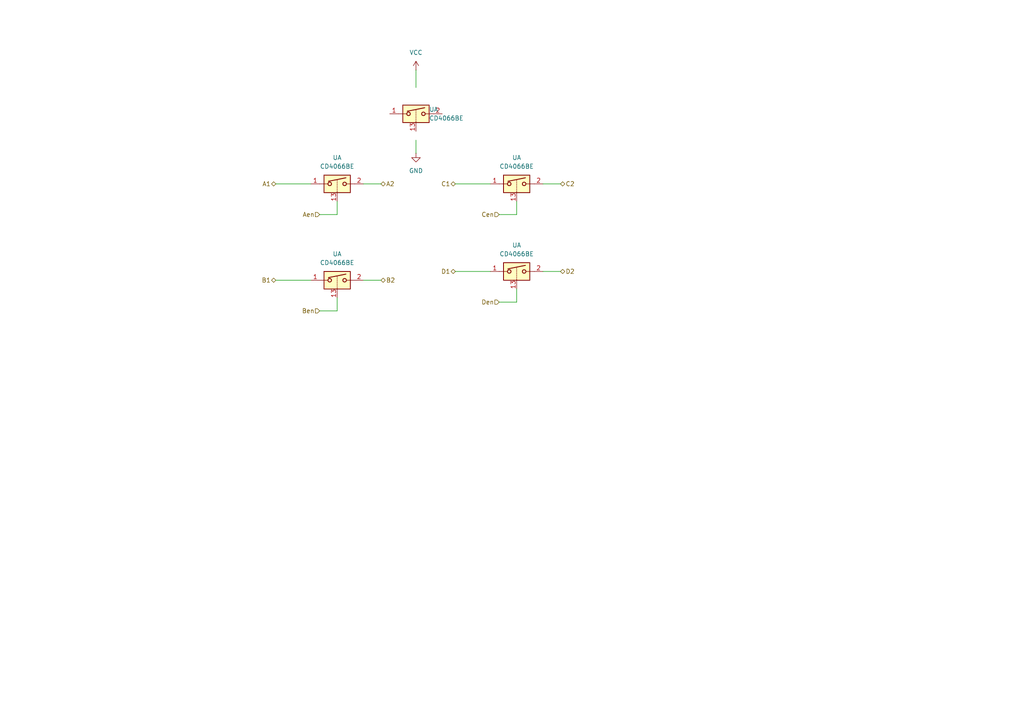
<source format=kicad_sch>
(kicad_sch (version 20250114) (generator "eeschema") (generator_version "9.0")
  (paper "A4")
  (lib_symbols
    (symbol "Analog_Switch:CD4066BE"
      (property "Reference" "U" (at -5.08 3.81 0))
      (property "Value" "CD4066BE" (at 7.62 3.81 0))
      (symbol "CD4066BE_1_1"
        (polyline (pts (xy -5.08 0) (xy -2.794 0)))
        (rectangle (start -3.81 2.54) (end 3.81 -2.54) (stroke (width 0.254)) (fill (type background)))
        (polyline (pts (xy -2.54 0.762) (xy 2.54 1.778)) (stroke (width 0.254)))
        (circle (center -2.159 0) (radius 0.508) (stroke (width 0.254)))
        (polyline (pts (xy 0 0.762) (xy 0 1.016)))
        (polyline (pts (xy 0 0.254) (xy 0 0.508)))
        (polyline (pts (xy 0 -0.254) (xy 0 0)))
        (polyline (pts (xy 0 -0.762) (xy 0 -0.508)))
        (polyline (pts (xy 0 -1.27) (xy 0 -1.016)))
        (polyline (pts (xy 0 -1.778) (xy 0 -1.524)))
        (polyline (pts (xy 0 -2.54) (xy 0 -2.032)))
        (circle (center 2.159 0) (radius 0.508) (stroke (width 0.254)))
        (polyline (pts (xy 5.08 0) (xy 2.794 0)))
        (pin bidirectional line (at -7.62 0 0) (length 2.54) (name "~") (number "1"))
        (pin input line (at 0 -5.08 90) (length 2.54) (name "~") (number "13"))
        (pin bidirectional line (at 7.62 0 180) (length 2.54) (name "~") (number "2"))
      )
      (symbol "CD4066BE_2_1"
        (polyline (pts (xy -5.08 0) (xy -2.794 0)))
        (rectangle (start -3.81 2.54) (end 3.81 -2.54) (stroke (width 0.254)) (fill (type background)))
        (polyline (pts (xy -2.54 0.762) (xy 2.54 1.778)) (stroke (width 0.254)))
        (circle (center -2.159 0) (radius 0.508) (stroke (width 0.254)))
        (polyline (pts (xy 0 0.762) (xy 0 1.016)))
        (polyline (pts (xy 0 0.254) (xy 0 0.508)))
        (polyline (pts (xy 0 -0.254) (xy 0 0)))
        (polyline (pts (xy 0 -0.762) (xy 0 -0.508)))
        (polyline (pts (xy 0 -1.27) (xy 0 -1.016)))
        (polyline (pts (xy 0 -1.778) (xy 0 -1.524)))
        (polyline (pts (xy 0 -2.54) (xy 0 -2.032)))
        (circle (center 2.159 0) (radius 0.508) (stroke (width 0.254)))
        (polyline (pts (xy 5.08 0) (xy 2.794 0)))
        (pin bidirectional line (at -7.62 0 0) (length 2.54) (name "~") (number "4"))
        (pin input line (at 0 -5.08 90) (length 2.54) (name "~") (number "5"))
        (pin bidirectional line (at 7.62 0 180) (length 2.54) (name "~") (number "3"))
      )
      (symbol "CD4066BE_3_1"
        (polyline (pts (xy -5.08 0) (xy -2.794 0)))
        (rectangle (start -3.81 2.54) (end 3.81 -2.54) (stroke (width 0.254)) (fill (type background)))
        (polyline (pts (xy -2.54 0.762) (xy 2.54 1.778)) (stroke (width 0.254)))
        (circle (center -2.159 0) (radius 0.508) (stroke (width 0.254)))
        (polyline (pts (xy 0 0.762) (xy 0 1.016)))
        (polyline (pts (xy 0 0.254) (xy 0 0.508)))
        (polyline (pts (xy 0 -0.254) (xy 0 0)))
        (polyline (pts (xy 0 -0.762) (xy 0 -0.508)))
        (polyline (pts (xy 0 -1.27) (xy 0 -1.016)))
        (polyline (pts (xy 0 -1.778) (xy 0 -1.524)))
        (polyline (pts (xy 0 -2.54) (xy 0 -2.032)))
        (circle (center 2.159 0) (radius 0.508) (stroke (width 0.254)))
        (polyline (pts (xy 5.08 0) (xy 2.794 0)))
        (pin bidirectional line (at -7.62 0 0) (length 2.54) (name "~") (number "8"))
        (pin input line (at 0 -5.08 90) (length 2.54) (name "~") (number "6"))
        (pin bidirectional line (at 7.62 0 180) (length 2.54) (name "~") (number "9"))
      )
      (symbol "CD4066BE_4_1"
        (polyline (pts (xy -5.08 0) (xy -2.794 0)))
        (rectangle (start -3.81 2.54) (end 3.81 -2.54) (stroke (width 0.254)) (fill (type background)))
        (polyline (pts (xy -2.54 0.762) (xy 2.54 1.778)) (stroke (width 0.254)))
        (circle (center -2.159 0) (radius 0.508) (stroke (width 0.254)))
        (polyline (pts (xy 0 0.762) (xy 0 1.016)))
        (polyline (pts (xy 0 0.254) (xy 0 0.508)))
        (polyline (pts (xy 0 -0.254) (xy 0 0)))
        (polyline (pts (xy 0 -0.762) (xy 0 -0.508)))
        (polyline (pts (xy 0 -1.27) (xy 0 -1.016)))
        (polyline (pts (xy 0 -1.778) (xy 0 -1.524)))
        (polyline (pts (xy 0 -2.54) (xy 0 -2.032)))
        (circle (center 2.159 0) (radius 0.508) (stroke (width 0.254)))
        (polyline (pts (xy 5.08 0) (xy 2.794 0)))
        (pin bidirectional line (at -7.62 0 0) (length 2.54) (name "~") (number "11"))
        (pin input line (at 0 -5.08 90) (length 2.54) (name "~") (number "12"))
        (pin bidirectional line (at 7.62 0 180) (length 2.54) (name "~") (number "10"))
      )
      (symbol "CD4066BE_5_1"
        (rectangle (start -2.54 5.08) (end 2.54 -5.08) (stroke (width 0.254)) (fill (type background)))
        (pin power_in line (at 0 7.62 270) (length 2.54) (name "V_{DD}") (number "14"))
        (pin power_in line (at 0 -7.62 90) (length 2.54) (name "V_{SS}") (number "7"))
      )
    )
    (symbol "power:GND" (power) (pin_numbers (hide yes)) (pin_names (offset 0) (hide yes))
      (property "Value" "GND" (at 0 -3.81 0))
      (symbol "GND_0_1"
        (polyline (pts (xy 0 0) (xy 0 -1.27) (xy 1.27 -1.27) (xy 0 -2.54) (xy -1.27 -1.27) (xy 0 -1.27)))
      )
      (symbol "GND_1_1"
        (pin power_in line (at 0 0 270) (length 0) (name "~") (number "1"))
      )
    )
    (symbol "power:VDD" (power) (pin_numbers (hide yes)) (pin_names (offset 0) (hide yes))
      (property "Value" "VDD" (at 0 3.556 0))
      (symbol "VDD_0_1"
        (polyline (pts (xy -0.762 1.27) (xy 0 2.54)))
        (polyline (pts (xy 0 2.54) (xy 0.762 1.27)))
        (polyline (pts (xy 0 0) (xy 0 2.54)))
      )
      (symbol "VDD_1_1"
        (pin power_in line (at 0 0 90) (length 0) (name "~") (number "1"))
      )
    )
  )
  (wire (pts (xy 92.71 62.23) (xy 97.79 62.23)))
  (wire (pts (xy 120.65 20.32) (xy 120.65 25.4)))
  (wire (pts (xy 92.71 90.17) (xy 97.79 90.17)))
  (wire (pts (xy 157.48 53.34) (xy 162.56 53.34)))
  (wire (pts (xy 132.08 53.34) (xy 142.24 53.34)))
  (wire (pts (xy 80.01 53.34) (xy 90.17 53.34)))
  (wire (pts (xy 105.41 53.34) (xy 110.49 53.34)))
  (wire (pts (xy 80.01 81.28) (xy 90.17 81.28)))
  (wire (pts (xy 144.78 87.63) (xy 149.86 87.63)))
  (wire (pts (xy 132.08 78.74) (xy 142.24 78.74)))
  (wire (pts (xy 120.65 40.64) (xy 120.65 44.45)))
  (wire (pts (xy 149.86 83.82) (xy 149.86 87.63)))
  (wire (pts (xy 149.86 58.42) (xy 149.86 62.23)))
  (wire (pts (xy 105.41 81.28) (xy 110.49 81.28)))
  (wire (pts (xy 144.78 62.23) (xy 149.86 62.23)))
  (wire (pts (xy 97.79 58.42) (xy 97.79 62.23)))
  (wire (pts (xy 97.79 86.36) (xy 97.79 90.17)))
  (wire (pts (xy 157.48 78.74) (xy 162.56 78.74)))
  (hierarchical_label "Cen" (shape input) (at 144.78 62.23 180))
  (hierarchical_label "A2" (shape bidirectional) (at 110.49 53.34 0))
  (hierarchical_label "D1" (shape bidirectional) (at 132.08 78.74 180))
  (hierarchical_label "B1" (shape bidirectional) (at 80.01 81.28 180))
  (hierarchical_label "Ben" (shape input) (at 92.71 90.17 180))
  (hierarchical_label "D2" (shape bidirectional) (at 162.56 78.74 0))
  (hierarchical_label "C1" (shape bidirectional) (at 132.08 53.34 180))
  (hierarchical_label "A1" (shape bidirectional) (at 80.01 53.34 180))
  (hierarchical_label "Aen" (shape input) (at 92.71 62.23 180))
  (hierarchical_label "Den" (shape input) (at 144.78 87.63 180))
  (hierarchical_label "B2" (shape bidirectional) (at 110.49 81.28 0))
  (hierarchical_label "C2" (shape bidirectional) (at 162.56 53.34 0))
  (symbol (lib_id "power:GND") (at 120.65 44.45 0) (unit 1)
    (property "Reference" "#PWR" (effects (hide yes)))
    (property "Value" "GND" (at 120.65 49.53 0))
    (property "Description" "Power symbol creates a global label with name \"GND\" , ground" (effects (hide yes)))
  )
  (symbol (lib_id "Analog_Switch:CD4066BE") (at 120.65 33.02 0) (unit 1)
    (property "Reference" "U" (at 124.46 31.7499 0) (effects (justify left)))
    (property "Value" "CD4066BE" (at 124.46 34.2899 0) (effects (justify left)))
    (property "Footprint" "Package_DIP:DIP-14_W7.62mm" (effects (hide yes)))
    (property "Datasheet" "https://www.ti.com/lit/ds/symlink/cd4066b.pdf" (effects (hide yes)))
    (property "Description" "Quad 20V analog SPST 1:1 switch, DIP-14" (effects (hide yes)))
  )
  (symbol (lib_id "Analog_Switch:CD4066BE") (at 97.79 53.34 0) (unit 1)
    (property "Reference" "U" (at 97.79 45.72 0))
    (property "Value" "CD4066BE" (at 97.79 48.26 0))
    (property "Footprint" "Package_DIP:DIP-14_W7.62mm" (effects (hide yes)))
    (property "Datasheet" "https://www.ti.com/lit/ds/symlink/cd4066b.pdf" (effects (hide yes)))
    (property "Description" "Quad 20V analog SPST 1:1 switch, DIP-14" (effects (hide yes)))
  )
  (symbol (lib_id "power:VDD") (at 120.65 20.32 0) (unit 1)
    (property "Reference" "#PWR" (effects (hide yes)))
    (property "Value" "VCC" (at 120.65 15.24 0))
    (property "Description" "Power symbol creates a global label with name \"VDD\"" (effects (hide yes)))
  )
  (symbol (lib_id "Analog_Switch:CD4066BE") (at 97.79 81.28 0) (unit 1)
    (property "Reference" "U" (at 97.79 73.66 0))
    (property "Value" "CD4066BE" (at 97.79 76.2 0))
    (property "Footprint" "Package_DIP:DIP-14_W7.62mm" (effects (hide yes)))
    (property "Datasheet" "https://www.ti.com/lit/ds/symlink/cd4066b.pdf" (effects (hide yes)))
    (property "Description" "Quad 20V analog SPST 1:1 switch, DIP-14" (effects (hide yes)))
  )
  (symbol (lib_id "Analog_Switch:CD4066BE") (at 149.86 53.34 0) (unit 1)
    (property "Reference" "U" (at 149.86 45.72 0))
    (property "Value" "CD4066BE" (at 149.86 48.26 0))
    (property "Footprint" "Package_DIP:DIP-14_W7.62mm" (effects (hide yes)))
    (property "Datasheet" "https://www.ti.com/lit/ds/symlink/cd4066b.pdf" (effects (hide yes)))
    (property "Description" "Quad 20V analog SPST 1:1 switch, DIP-14" (effects (hide yes)))
  )
  (symbol (lib_id "Analog_Switch:CD4066BE") (at 149.86 78.74 0) (unit 1)
    (property "Reference" "U" (at 149.86 71.12 0))
    (property "Value" "CD4066BE" (at 149.86 73.66 0))
    (property "Footprint" "Package_DIP:DIP-14_W7.62mm" (effects (hide yes)))
    (property "Datasheet" "https://www.ti.com/lit/ds/symlink/cd4066b.pdf" (effects (hide yes)))
    (property "Description" "Quad 20V analog SPST 1:1 switch, DIP-14" (effects (hide yes)))
  )
)
</source>
